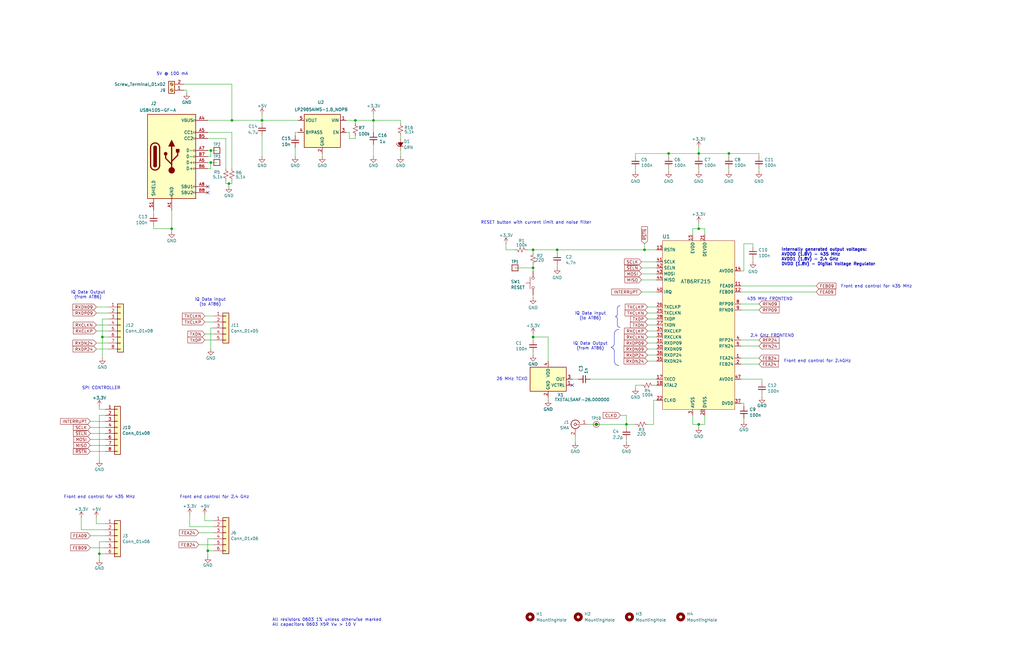
<source format=kicad_sch>
(kicad_sch (version 20250114) (generator "eeschema") (generator_version "9.0")
  (paper "B")
  (title_block (title "OreSat AT86RF215 Evaluation Board") (date "2025-12-16") (rev "1.0") (company "Portland State Aerospace Society"))
  (text "RESET button with current limit and noise filter" (at 226.06 93.98 0) (effects (font (size 1.27 1.27))))
  (text "All resistors 0603 1% unless otherwise marked\nAll capacitors 0603 X5R Vw > 10 V" (at 114.808 262.636 0) (effects (font (size 1.27 1.27)) (justify left)))
  (text "{" (at 259.08 146.05 0) (effects (font (size 10 10))))
  (text "26 MHz TCXO" (at 215.9 160.02 0) (effects (font (size 1.27 1.27))))
  (text "IQ Data Output\n(from AT86)" (at 248.92 146.05 0) (effects (font (size 1.27 1.27))))
  (text "IQ Data Input\n(to AT86)" (at 88.646 127.508 0) (effects (font (size 1.27 1.27))))
  (text "SPI CONTROLLER" (at 42.672 163.83 0) (effects (font (size 1.27 1.27))))
  (text "Front end control for 2.4GHz" (at 344.678 152.4 0) (effects (font (size 1.27 1.27))))
  (text "5V @ 100 mA" (at 72.644 31.242 0) (effects (font (size 1.27 1.27))))
  (text "IQ Data Output\n(from AT86)" (at 37.084 124.46 0) (effects (font (size 1.27 1.27))))
  (text "Front end control for 435 MHz" (at 369.57 120.904 0) (effects (font (size 1.27 1.27))))
  (text "2.4 GHz FRONTEND" (at 325.628 141.732 0) (effects (font (size 1.27 1.27))))
  (text "Internally generated output voltages:\nAVDD0 (1.8V) - 435 MHz\nAVDD1 (1.8V) - 2.4 GHz\nDVDD (1.8V) - Digital Voltage Regulator" (at 329.438 108.458 0) (effects (font (size 1.27 1.27) (thickness 0.254) (bold yes)) (justify left)))
  (text "Front end control for 435 MHz" (at 41.91 209.804 0) (effects (font (size 1.27 1.27))))
  (text "IQ Data Input\n(to AT86)" (at 248.92 133.35 0) (effects (font (size 1.27 1.27))))
  (text "{" (at 260.35 133.35 0) (effects (font (size 6 6))))
  (text "435 MHz FRONTEND" (at 324.612 126.238 0) (effects (font (size 1.27 1.27))))
  (text "Front end control for 2.4 GHz" (at 90.424 209.804 0) (effects (font (size 1.27 1.27))))
  (junction (at 41.91 233.68))
  (junction (at 157.48 50.8))
  (junction (at 224.79 105.41))
  (junction (at 234.95 105.41))
  (junction (at 294.64 179.07))
  (junction (at 271.78 105.41))
  (junction (at 224.79 142.24))
  (junction (at 149.86 50.8))
  (junction (at 251.46 179.07))
  (junction (at 88.9 63.5))
  (junction (at 72.39 96.52))
  (junction (at 97.79 50.8))
  (junction (at 294.64 64.77))
  (junction (at 110.49 50.8))
  (junction (at 96.52 77.47))
  (junction (at 43.18 142.24))
  (junction (at 264.16 179.07))
  (junction (at 88.9 68.58))
  (junction (at 224.79 113.03))
  (junction (at 87.63 232.41))
  (junction (at 281.94 64.77))
  (junction (at 307.34 64.77))
  (junction (at 294.64 96.52))
  (no_connect (at 87.63 78.74))
  (no_connect (at 241.3 162.56))
  (no_connect (at 87.63 81.28))
  (wire (pts (xy 317.5 102.87) (xy 313.69 102.87)))
  (wire (pts (xy 312.42 123.19) (xy 344.17 123.19)))
  (wire (pts (xy 90.17 138.43) (xy 88.9 138.43)))
  (wire (pts (xy 149.86 52.07) (xy 149.86 50.8)))
  (wire (pts (xy 88.9 138.43) (xy 88.9 147.32)))
  (wire (pts (xy 321.31 166.37) (xy 321.31 167.64)))
  (wire (pts (xy 147.32 58.42) (xy 149.86 58.42)))
  (wire (pts (xy 110.49 48.26) (xy 110.49 50.8)))
  (wire (pts (xy 38.1 182.88) (xy 44.45 182.88)))
  (wire (pts (xy 40.64 147.32) (xy 45.72 147.32)))
  (wire (pts (xy 231.14 167.64) (xy 231.14 168.91)))
  (wire (pts (xy 267.97 71.12) (xy 267.97 72.39)))
  (wire (pts (xy 87.63 71.12) (xy 88.9 71.12)))
  (wire (pts (xy 224.79 140.97) (xy 224.79 142.24)))
  (wire (pts (xy 270.51 110.49) (xy 276.86 110.49)))
  (wire (pts (xy 88.9 68.58) (xy 91.44 68.58)))
  (wire (pts (xy 242.57 184.15) (xy 242.57 186.69)))
  (wire (pts (xy 248.92 160.02) (xy 276.86 160.02)))
  (wire (pts (xy 294.64 64.77) (xy 294.64 66.04)))
  (wire (pts (xy 87.63 232.41) (xy 90.17 232.41)))
  (wire (pts (xy 95.25 77.47) (xy 96.52 77.47)))
  (wire (pts (xy 88.9 71.12) (xy 88.9 68.58)))
  (wire (pts (xy 224.79 124.46) (xy 224.79 125.73)))
  (wire (pts (xy 312.42 170.18) (xy 313.69 170.18)))
  (wire (pts (xy 40.64 139.7) (xy 45.72 139.7)))
  (wire (pts (xy 86.36 217.17) (xy 86.36 219.71)))
  (wire (pts (xy 312.42 120.65) (xy 344.17 120.65)))
  (wire (pts (xy 270.51 123.19) (xy 276.86 123.19)))
  (wire (pts (xy 149.86 50.8) (xy 157.48 50.8)))
  (wire (pts (xy 157.48 50.8) (xy 157.48 55.88)))
  (wire (pts (xy 294.64 62.23) (xy 294.64 64.77)))
  (wire (pts (xy 273.05 149.86) (xy 276.86 149.86)))
  (wire (pts (xy 40.64 218.44) (xy 40.64 220.98)))
  (wire (pts (xy 273.05 134.62) (xy 276.86 134.62)))
  (wire (pts (xy 40.64 129.54) (xy 45.72 129.54)))
  (wire (pts (xy 97.79 50.8) (xy 110.49 50.8)))
  (wire (pts (xy 297.18 99.06) (xy 297.18 96.52)))
  (wire (pts (xy 294.64 64.77) (xy 307.34 64.77)))
  (wire (pts (xy 264.16 179.07) (xy 267.97 179.07)))
  (wire (pts (xy 87.63 55.88) (xy 97.79 55.88)))
  (wire (pts (xy 45.72 142.24) (xy 43.18 142.24)))
  (wire (pts (xy 321.31 160.02) (xy 321.31 161.29)))
  (wire (pts (xy 87.63 50.8) (xy 97.79 50.8)))
  (wire (pts (xy 64.77 88.9) (xy 64.77 90.17)))
  (wire (pts (xy 95.25 76.2) (xy 95.25 77.47)))
  (wire (pts (xy 110.49 50.8) (xy 110.49 52.07)))
  (wire (pts (xy 86.36 135.89) (xy 90.17 135.89)))
  (wire (pts (xy 78.74 39.37) (xy 78.74 38.1)))
  (wire (pts (xy 146.05 50.8) (xy 149.86 50.8)))
  (wire (pts (xy 168.91 63.5) (xy 168.91 66.04)))
  (wire (pts (xy 320.04 71.12) (xy 320.04 72.39)))
  (wire (pts (xy 312.42 153.67) (xy 320.04 153.67)))
  (wire (pts (xy 273.05 144.78) (xy 276.86 144.78)))
  (wire (pts (xy 86.36 133.35) (xy 90.17 133.35)))
  (wire (pts (xy 38.1 187.96) (xy 44.45 187.96)))
  (wire (pts (xy 86.36 140.97) (xy 90.17 140.97)))
  (wire (pts (xy 270.51 118.11) (xy 276.86 118.11)))
  (wire (pts (xy 307.34 64.77) (xy 307.34 66.04)))
  (wire (pts (xy 147.32 55.88) (xy 146.05 55.88)))
  (wire (pts (xy 317.5 102.87) (xy 317.5 104.14)))
  (wire (pts (xy 312.42 114.3) (xy 313.69 114.3)))
  (wire (pts (xy 124.46 55.88) (xy 124.46 57.15)))
  (wire (pts (xy 224.79 142.24) (xy 231.14 142.24)))
  (wire (pts (xy 234.95 105.41) (xy 271.78 105.41)))
  (wire (pts (xy 294.64 96.52) (xy 297.18 96.52)))
  (wire (pts (xy 313.69 176.53) (xy 313.69 177.8)))
  (wire (pts (xy 80.01 217.17) (xy 80.01 222.25)))
  (wire (pts (xy 125.73 50.8) (xy 110.49 50.8)))
  (wire (pts (xy 87.63 66.04) (xy 88.9 66.04)))
  (wire (pts (xy 38.1 185.42) (xy 44.45 185.42)))
  (wire (pts (xy 90.17 224.79) (xy 83.82 224.79)))
  (wire (pts (xy 320.04 146.05) (xy 312.42 146.05)))
  (wire (pts (xy 77.47 35.56) (xy 97.79 35.56)))
  (wire (pts (xy 135.89 64.77) (xy 135.89 66.04)))
  (wire (pts (xy 234.95 105.41) (xy 234.95 106.68)))
  (wire (pts (xy 271.78 102.87) (xy 271.78 105.41)))
  (wire (pts (xy 273.05 139.7) (xy 276.86 139.7)))
  (wire (pts (xy 264.16 175.26) (xy 264.16 179.07)))
  (wire (pts (xy 78.74 38.1) (xy 77.47 38.1)))
  (wire (pts (xy 40.64 144.78) (xy 45.72 144.78)))
  (wire (pts (xy 224.79 113.03) (xy 224.79 114.3)))
  (wire (pts (xy 320.04 143.51) (xy 312.42 143.51)))
  (wire (pts (xy 95.25 58.42) (xy 95.25 71.12)))
  (wire (pts (xy 270.51 113.03) (xy 276.86 113.03)))
  (wire (pts (xy 157.48 50.8) (xy 168.91 50.8)))
  (wire (pts (xy 38.1 177.8) (xy 44.45 177.8)))
  (wire (pts (xy 88.9 63.5) (xy 91.44 63.5)))
  (wire (pts (xy 213.36 105.41) (xy 217.17 105.41)))
  (wire (pts (xy 261.62 175.26) (xy 264.16 175.26)))
  (wire (pts (xy 273.05 137.16) (xy 276.86 137.16)))
  (wire (pts (xy 124.46 62.23) (xy 124.46 66.04)))
  (wire (pts (xy 86.36 219.71) (xy 90.17 219.71)))
  (wire (pts (xy 273.05 179.07) (xy 275.59 179.07)))
  (wire (pts (xy 224.79 105.41) (xy 234.95 105.41)))
  (wire (pts (xy 41.91 236.22) (xy 41.91 233.68)))
  (wire (pts (xy 88.9 66.04) (xy 88.9 63.5)))
  (wire (pts (xy 292.1 99.06) (xy 292.1 96.52)))
  (wire (pts (xy 264.16 179.07) (xy 264.16 180.34)))
  (wire (pts (xy 294.64 179.07) (xy 297.18 179.07)))
  (wire (pts (xy 273.05 129.54) (xy 276.86 129.54)))
  (wire (pts (xy 97.79 76.2) (xy 97.79 77.47)))
  (wire (pts (xy 44.45 231.14) (xy 38.1 231.14)))
  (wire (pts (xy 41.91 233.68) (xy 44.45 233.68)))
  (wire (pts (xy 294.64 96.52) (xy 294.64 93.98)))
  (wire (pts (xy 149.86 58.42) (xy 149.86 57.15)))
  (wire (pts (xy 313.69 102.87) (xy 313.69 114.3)))
  (wire (pts (xy 292.1 96.52) (xy 294.64 96.52)))
  (wire (pts (xy 41.91 194.31) (xy 41.91 175.26)))
  (wire (pts (xy 157.48 48.26) (xy 157.48 50.8)))
  (wire (pts (xy 294.64 71.12) (xy 294.64 72.39)))
  (wire (pts (xy 267.97 64.77) (xy 267.97 66.04)))
  (wire (pts (xy 224.79 111.76) (xy 224.79 113.03)))
  (wire (pts (xy 87.63 234.95) (xy 87.63 232.41)))
  (wire (pts (xy 312.42 160.02) (xy 321.31 160.02)))
  (wire (pts (xy 247.65 179.07) (xy 251.46 179.07)))
  (wire (pts (xy 281.94 71.12) (xy 281.94 72.39)))
  (wire (pts (xy 312.42 151.13) (xy 320.04 151.13)))
  (wire (pts (xy 87.63 63.5) (xy 88.9 63.5)))
  (wire (pts (xy 275.59 168.91) (xy 275.59 179.07)))
  (wire (pts (xy 86.36 143.51) (xy 90.17 143.51)))
  (wire (pts (xy 292.1 175.26) (xy 292.1 179.07)))
  (wire (pts (xy 224.79 105.41) (xy 224.79 106.68)))
  (wire (pts (xy 267.97 162.56) (xy 270.51 162.56)))
  (wire (pts (xy 72.39 88.9) (xy 72.39 96.52)))
  (wire (pts (xy 168.91 52.07) (xy 168.91 50.8)))
  (wire (pts (xy 241.3 160.02) (xy 243.84 160.02)))
  (wire (pts (xy 281.94 64.77) (xy 294.64 64.77)))
  (wire (pts (xy 307.34 64.77) (xy 320.04 64.77)))
  (wire (pts (xy 251.46 179.07) (xy 264.16 179.07)))
  (wire (pts (xy 273.05 147.32) (xy 276.86 147.32)))
  (wire (pts (xy 317.5 109.22) (xy 317.5 110.49)))
  (wire (pts (xy 267.97 64.77) (xy 281.94 64.77)))
  (wire (pts (xy 87.63 58.42) (xy 95.25 58.42)))
  (wire (pts (xy 270.51 115.57) (xy 276.86 115.57)))
  (wire (pts (xy 40.64 220.98) (xy 44.45 220.98)))
  (wire (pts (xy 320.04 128.27) (xy 312.42 128.27)))
  (wire (pts (xy 125.73 55.88) (xy 124.46 55.88)))
  (wire (pts (xy 264.16 185.42) (xy 264.16 186.69)))
  (wire (pts (xy 267.97 162.56) (xy 267.97 163.83)))
  (wire (pts (xy 157.48 60.96) (xy 157.48 66.04)))
  (wire (pts (xy 96.52 77.47) (xy 97.79 77.47)))
  (wire (pts (xy 45.72 134.62) (xy 43.18 134.62)))
  (wire (pts (xy 292.1 179.07) (xy 294.64 179.07)))
  (wire (pts (xy 275.59 168.91) (xy 276.86 168.91)))
  (wire (pts (xy 96.52 77.47) (xy 96.52 78.74)))
  (wire (pts (xy 41.91 175.26) (xy 44.45 175.26)))
  (wire (pts (xy 231.14 152.4) (xy 231.14 142.24)))
  (wire (pts (xy 43.18 142.24) (xy 43.18 151.13)))
  (wire (pts (xy 217.17 113.03) (xy 224.79 113.03)))
  (wire (pts (xy 40.64 137.16) (xy 45.72 137.16)))
  (wire (pts (xy 273.05 132.08) (xy 276.86 132.08)))
  (wire (pts (xy 90.17 229.87) (xy 83.82 229.87)))
  (wire (pts (xy 72.39 97.79) (xy 72.39 96.52)))
  (wire (pts (xy 110.49 57.15) (xy 110.49 66.04)))
  (wire (pts (xy 297.18 175.26) (xy 297.18 179.07)))
  (wire (pts (xy 147.32 55.88) (xy 147.32 58.42)))
  (wire (pts (xy 213.36 102.87) (xy 213.36 105.41)))
  (wire (pts (xy 64.77 95.25) (xy 64.77 96.52)))
  (wire (pts (xy 224.79 142.24) (xy 224.79 143.51)))
  (wire (pts (xy 275.59 162.56) (xy 276.86 162.56)))
  (wire (pts (xy 87.63 68.58) (xy 88.9 68.58)))
  (wire (pts (xy 38.1 190.5) (xy 44.45 190.5)))
  (wire (pts (xy 222.25 105.41) (xy 224.79 105.41)))
  (wire (pts (xy 168.91 57.15) (xy 168.91 58.42)))
  (wire (pts (xy 34.29 218.44) (xy 34.29 223.52)))
  (wire (pts (xy 273.05 152.4) (xy 276.86 152.4)))
  (wire (pts (xy 320.04 130.81) (xy 312.42 130.81)))
  (wire (pts (xy 294.64 179.07) (xy 294.64 180.34)))
  (wire (pts (xy 43.18 134.62) (xy 43.18 142.24)))
  (wire (pts (xy 273.05 142.24) (xy 276.86 142.24)))
  (wire (pts (xy 313.69 170.18) (xy 313.69 171.45)))
  (wire (pts (xy 87.63 227.33) (xy 90.17 227.33)))
  (wire (pts (xy 307.34 71.12) (xy 307.34 72.39)))
  (wire (pts (xy 64.77 96.52) (xy 72.39 96.52)))
  (wire (pts (xy 41.91 228.6) (xy 44.45 228.6)))
  (wire (pts (xy 41.91 172.72) (xy 44.45 172.72)))
  (wire (pts (xy 38.1 180.34) (xy 44.45 180.34)))
  (wire (pts (xy 44.45 226.06) (xy 38.1 226.06)))
  (wire (pts (xy 97.79 55.88) (xy 97.79 71.12)))
  (wire (pts (xy 320.04 64.77) (xy 320.04 66.04)))
  (wire (pts (xy 90.17 222.25) (xy 80.01 222.25)))
  (wire (pts (xy 87.63 232.41) (xy 87.63 227.33)))
  (wire (pts (xy 281.94 64.77) (xy 281.94 66.04)))
  (wire (pts (xy 271.78 105.41) (xy 276.86 105.41)))
  (wire (pts (xy 44.45 223.52) (xy 34.29 223.52)))
  (wire (pts (xy 97.79 35.56) (xy 97.79 50.8)))
  (wire (pts (xy 40.64 132.08) (xy 45.72 132.08)))
  (wire (pts (xy 234.95 111.76) (xy 234.95 113.03)))
  (wire (pts (xy 41.91 233.68) (xy 41.91 228.6)))
  (wire (pts (xy 41.91 171.45) (xy 41.91 172.72)))
  (wire (pts (xy 224.79 148.59) (xy 224.79 149.86)))
  (global_label "RXDN09" (shape input) (at 273.05 147.32 180) (property "Intersheetrefs" "${INTERSHEET_REFS}" (at 262.5658 147.32 0) (effects (justify right))))
  (global_label "~{SELN}" (shape input) (at 38.1 182.88 180) (property "Intersheetrefs" "${INTERSHEET_REFS}" (at 30.3977 182.88 0) (effects (justify right))))
  (global_label "FEB09" (shape input) (at 38.1 231.14 180) (property "Intersheetrefs" "${INTERSHEET_REFS}" (at 29.1882 231.14 0) (effects (justify right))))
  (global_label "RXCLKN" (shape input) (at 40.64 137.16 180) (property "Intersheetrefs" "${INTERSHEET_REFS}" (at 30.2767 137.16 0) (effects (justify right))))
  (global_label "RFN24" (shape input) (at 320.04 146.05 0) (property "Intersheetrefs" "${INTERSHEET_REFS}" (at 329.1333 146.05 0) (effects (justify left))))
  (global_label "RXDP24" (shape input) (at 40.64 147.32 180) (property "Intersheetrefs" "${INTERSHEET_REFS}" (at 30.2163 147.32 0) (effects (justify right))))
  (global_label "MOSI" (shape input) (at 38.1 185.42 180) (property "Intersheetrefs" "${INTERSHEET_REFS}" (at 30.5186 185.42 0) (effects (justify right))))
  (global_label "TXDN" (shape input) (at 273.05 137.16 180) (property "Intersheetrefs" "${INTERSHEET_REFS}" (at 265.2872 137.16 0) (effects (justify right))))
  (global_label "FEA09" (shape input) (at 38.1 226.06 180) (property "Intersheetrefs" "${INTERSHEET_REFS}" (at 29.3696 226.06 0) (effects (justify right))))
  (global_label "TXCLKP" (shape input) (at 273.05 129.54 180) (property "Intersheetrefs" "${INTERSHEET_REFS}" (at 263.0496 129.54 0) (effects (justify right))))
  (global_label "MISO" (shape input) (at 270.51 118.11 180) (property "Intersheetrefs" "${INTERSHEET_REFS}" (at 262.9286 118.11 0) (effects (justify right))))
  (global_label "TXDP" (shape input) (at 273.05 134.62 180) (property "Intersheetrefs" "${INTERSHEET_REFS}" (at 265.3477 134.62 0) (effects (justify right))))
  (global_label "RFP09" (shape input) (at 320.04 130.81 0) (property "Intersheetrefs" "${INTERSHEET_REFS}" (at 329.0728 130.81 0) (effects (justify left))))
  (global_label "RXDN24" (shape input) (at 40.64 144.78 180) (property "Intersheetrefs" "${INTERSHEET_REFS}" (at 30.1558 144.78 0) (effects (justify right))))
  (global_label "TXCLKP" (shape input) (at 86.36 135.89 180) (property "Intersheetrefs" "${INTERSHEET_REFS}" (at 76.3596 135.89 0) (effects (justify right))))
  (global_label "RXDP09" (shape input) (at 273.05 144.78 180) (property "Intersheetrefs" "${INTERSHEET_REFS}" (at 262.6263 144.78 0) (effects (justify right))))
  (global_label "FEA24" (shape input) (at 83.82 224.79 180) (property "Intersheetrefs" "${INTERSHEET_REFS}" (at 75.0896 224.79 0) (effects (justify right))))
  (global_label "SCLK" (shape input) (at 38.1 180.34 180) (property "Intersheetrefs" "${INTERSHEET_REFS}" (at 30.3372 180.34 0) (effects (justify right))))
  (global_label "RXDN09" (shape input) (at 40.64 129.54 180) (property "Intersheetrefs" "${INTERSHEET_REFS}" (at 30.1558 129.54 0) (effects (justify right))))
  (global_label "RFP24" (shape input) (at 320.04 143.51 0) (property "Intersheetrefs" "${INTERSHEET_REFS}" (at 329.0728 143.51 0) (effects (justify left))))
  (global_label "FEB09" (shape input) (at 344.17 120.65 0) (property "Intersheetrefs" "${INTERSHEET_REFS}" (at 353.0818 120.65 0) (effects (justify left))))
  (global_label "~{RSTN}" (shape input) (at 271.78 102.87 90) (property "Intersheetrefs" "${INTERSHEET_REFS}" (at 271.78 95.1072 90) (effects (justify left))))
  (global_label "RXCLKP" (shape input) (at 40.64 139.7 180) (property "Intersheetrefs" "${INTERSHEET_REFS}" (at 30.3372 139.7 0) (effects (justify right))))
  (global_label "RFN09" (shape input) (at 320.04 128.27 0) (property "Intersheetrefs" "${INTERSHEET_REFS}" (at 329.1333 128.27 0) (effects (justify left))))
  (global_label "TXCLKN" (shape input) (at 86.36 133.35 180) (property "Intersheetrefs" "${INTERSHEET_REFS}" (at 76.2991 133.35 0) (effects (justify right))))
  (global_label "FEB24" (shape input) (at 83.82 229.87 180) (property "Intersheetrefs" "${INTERSHEET_REFS}" (at 74.9082 229.87 0) (effects (justify right))))
  (global_label "TXDN" (shape input) (at 86.36 140.97 180) (property "Intersheetrefs" "${INTERSHEET_REFS}" (at 78.5972 140.97 0) (effects (justify right))))
  (global_label "FEB24" (shape input) (at 320.04 151.13 0) (property "Intersheetrefs" "${INTERSHEET_REFS}" (at 328.9518 151.13 0) (effects (justify left))))
  (global_label "INTERRUPT" (shape input) (at 38.1 177.8 180) (property "Intersheetrefs" "${INTERSHEET_REFS}" (at 24.9548 177.8 0) (effects (justify right))))
  (global_label "RXDN24" (shape input) (at 273.05 152.4 180) (property "Intersheetrefs" "${INTERSHEET_REFS}" (at 262.5658 152.4 0) (effects (justify right))))
  (global_label "SCLK" (shape input) (at 270.51 110.49 180) (property "Intersheetrefs" "${INTERSHEET_REFS}" (at 262.7472 110.49 0) (effects (justify right))))
  (global_label "MOSI" (shape input) (at 270.51 115.57 180) (property "Intersheetrefs" "${INTERSHEET_REFS}" (at 262.9286 115.57 0) (effects (justify right))))
  (global_label "FEA24" (shape input) (at 320.04 153.67 0) (property "Intersheetrefs" "${INTERSHEET_REFS}" (at 328.7704 153.67 0) (effects (justify left))))
  (global_label "RXCLKN" (shape input) (at 273.05 142.24 180) (property "Intersheetrefs" "${INTERSHEET_REFS}" (at 262.6867 142.24 0) (effects (justify right))))
  (global_label "~{RSTN}" (shape input) (at 38.1 190.5 180) (property "Intersheetrefs" "${INTERSHEET_REFS}" (at 30.3372 190.5 0) (effects (justify right))))
  (global_label "INTERRUPT" (shape input) (at 270.51 123.19 180) (property "Intersheetrefs" "${INTERSHEET_REFS}" (at 257.3648 123.19 0) (effects (justify right))))
  (global_label "CLKO" (shape input) (at 261.62 175.26 180) (property "Intersheetrefs" "${INTERSHEET_REFS}" (at 253.7362 175.26 0) (effects (justify right))))
  (global_label "RXDP09" (shape input) (at 40.64 132.08 180) (property "Intersheetrefs" "${INTERSHEET_REFS}" (at 30.2163 132.08 0) (effects (justify right))))
  (global_label "MISO" (shape input) (at 38.1 187.96 180) (property "Intersheetrefs" "${INTERSHEET_REFS}" (at 30.5186 187.96 0) (effects (justify right))))
  (global_label "RXDP24" (shape input) (at 273.05 149.86 180) (property "Intersheetrefs" "${INTERSHEET_REFS}" (at 262.6263 149.86 0) (effects (justify right))))
  (global_label "TXDP" (shape input) (at 86.36 143.51 180) (property "Intersheetrefs" "${INTERSHEET_REFS}" (at 78.6577 143.51 0) (effects (justify right))))
  (global_label "TXCLKN" (shape input) (at 273.05 132.08 180) (property "Intersheetrefs" "${INTERSHEET_REFS}" (at 262.9891 132.08 0) (effects (justify right))))
  (global_label "RXCLKP" (shape input) (at 273.05 139.7 180) (property "Intersheetrefs" "${INTERSHEET_REFS}" (at 262.7472 139.7 0) (effects (justify right))))
  (global_label "FEA09" (shape input) (at 344.17 123.19 0) (property "Intersheetrefs" "${INTERSHEET_REFS}" (at 352.9004 123.19 0) (effects (justify left))))
  (global_label "~{SELN}" (shape input) (at 270.51 113.03 180) (property "Intersheetrefs" "${INTERSHEET_REFS}" (at 262.8077 113.03 0) (effects (justify right))))
  (symbol (lib_id "power:GND") (at 267.97 163.83 0) (unit 1)
    (property "Reference" "#PWR09" (effects (hide yes)))
    (property "Value" "GND" (at 267.97 167.64 0))
    (property "Description" "Power symbol creates a global label with name \"GND\" , ground" (effects (hide yes)))
  )
  (symbol (lib_id "power:+3.3V") (at 41.91 171.45 0) (unit 1)
    (property "Reference" "#PWR025" (effects (hide yes)))
    (property "Value" "+3.3V" (at 41.91 167.894 0))
    (property "Description" "Power symbol creates a global label with name \"+3.3V\"" (effects (hide yes)))
  )
  (symbol (lib_id "oresat-power:3.3V") (at 157.48 48.26 0) (unit 1)
    (property "Reference" "#3V01" (effects (hide yes)))
    (property "Value" "+3.3V" (at 157.48 44.704 0))
    (property "Description" "Power symbol creates a global label with name \"3.3V\"" (effects (hide yes)))
  )
  (symbol (lib_id "power:GND") (at 110.49 66.04 0) (mirror y) (unit 1)
    (property "Reference" "#PWR024" (effects (hide yes)))
    (property "Value" "GND" (at 110.49 69.85 0))
    (property "Description" "Power symbol creates a global label with name \"GND\" , ground" (effects (hide yes)))
  )
  (symbol (lib_id "power:+3.3V") (at 224.79 140.97 0) (mirror y) (unit 1)
    (property "Reference" "#PWR03" (effects (hide yes)))
    (property "Value" "+3.3V" (at 224.79 137.414 0))
    (property "Description" "Power symbol creates a global label with name \"+3.3V\"" (effects (hide yes)))
  )
  (symbol (lib_id "power:GND") (at 234.95 113.03 0) (mirror y) (unit 1)
    (property "Reference" "#PWR06" (effects (hide yes)))
    (property "Value" "GND" (at 234.95 117.1631 0))
    (property "Description" "Power symbol creates a global label with name \"GND\" , ground" (effects (hide yes)))
  )
  (symbol (lib_id "Connector_Generic:Conn_01x06") (at 49.53 226.06 0) (unit 1)
    (property "Reference" "J3" (at 51.562 226.1178 0) (effects (justify left)))
    (property "Value" "Conn_01x06" (at 51.562 228.5421 0) (effects (justify left)))
    (property "Footprint" "Connector_PinHeader_2.54mm:PinHeader_1x06_P2.54mm_Vertical" (effects (hide yes)))
    (property "Datasheet" "https://suddendocs.samtec.com/catalog_english/tsw_th.pdf" (effects (hide yes)))
    (property "Description" "Connector Header Through Hole 6 position 0.100\" (2.54mm)" (effects (hide yes)))
    (property "DIS" "Digikey" (effects (hide yes)))
    (property "DPN" "SAM1029-06-ND" (effects (hide yes)))
    (property "MFR" "Samtec Inc." (effects (hide yes)))
    (property "MPN" "TSW-106-07-G-S" (effects (hide yes)))
  )
  (symbol (lib_id "Device:C_Small") (at 110.49 54.61 0) (mirror y) (unit 1)
    (property "Reference" "C14" (at 106.68 53.34 0))
    (property "Value" "4.7u" (at 106.68 55.88 0))
    (property "Footprint" "oresat-passives:0603-C-NOSILK" (effects (hide yes)))
    (property "Description" "4.7µF ±10% 16V Ceramic Capacitor X5R 0603 (1608 Metric)" (effects (hide yes)))
    (property "DPN" "1276-1784-1-ND" (effects (hide yes)))
    (property "MFR" "Samsung Electro-Mechanics" (effects (hide yes)))
    (property "MPN" "CL10A475KO8NNNC" (effects (hide yes)))
    (property "DIS" "DigiKey" (effects (hide yes)))
  )
  (symbol (lib_id "power:GND") (at 168.91 66.04 0) (mirror y) (unit 1)
    (property "Reference" "#PWR053" (effects (hide yes)))
    (property "Value" "GND" (at 168.91 69.85 0))
    (property "Description" "Power symbol creates a global label with name \"GND\" , ground" (effects (hide yes)))
  )
  (symbol (lib_id "oresat-power:5V") (at 110.49 48.26 0) (unit 1)
    (property "Reference" "#5V01" (effects (hide yes)))
    (property "Value" "+5V" (at 110.49 44.704 0))
    (property "Description" "Power symbol creates a global label with name \"+5V\"" (effects (hide yes)))
  )
  (symbol (lib_id "power:+3.3V") (at 294.64 62.23 0) (mirror y) (unit 1)
    (property "Reference" "#PWR014" (effects (hide yes)))
    (property "Value" "+3.3V" (at 294.64 58.674 0))
    (property "Description" "Power symbol creates a global label with name \"+3.3V\"" (effects (hide yes)))
  )
  (symbol (lib_id "power:GND") (at 87.63 234.95 0) (mirror y) (unit 1)
    (property "Reference" "#PWR040" (effects (hide yes)))
    (property "Value" "GND" (at 87.63 238.506 0))
    (property "Description" "Power symbol creates a global label with name \"GND\" , ground" (effects (hide yes)))
  )
  (symbol (lib_id "Connector:Conn_Coaxial") (at 242.57 179.07 0) (mirror y) (unit 1)
    (property "Reference" "J1" (at 240.0299 178.151 0) (effects (justify left)))
    (property "Value" "SMA" (at 240.0299 180.5753 0) (effects (justify left)))
    (property "Footprint" "Connector_Coaxial:SMA_Samtec_SMA-J-P-H-ST-EM1_EdgeMount" (effects (hide yes)))
    (property "Datasheet" "https://mm.digikey.com/Volume0/opasdata/d220001/medias/docus/6129/sma-j-p-x-st-em1-mkt.pdf" (effects (hide yes)))
    (property "Description" "coaxial connector (BNC, SMA, SMB, SMC, Cinch/RCA, LEMO, ...)" (effects (hide yes)))
    (property "MFR" "Samtec" (effects (hide yes)))
    (property "MPN" "SMA-J-P-H-ST-EM1" (effects (hide yes)))
    (property "DIS" "DigiKey" (effects (hide yes)))
    (property "DPN" "SAM8857-ND" (effects (hide yes)))
  )
  (symbol (lib_id "Device:C_Small") (at 64.77 92.71 0) (mirror x) (unit 1)
    (property "Reference" "C13" (at 62.23 91.4335 0) (effects (justify right)))
    (property "Value" "100n" (at 62.23 93.9735 0) (effects (justify right)))
    (property "Footprint" "oresat-passives:0603-C-NOSILK" (effects (hide yes)))
    (property "Datasheet" "https://mm.digikey.com/Volume0/opasdata/d220001/medias/docus/1068/TMK107BJ104KAHT_SS.pdf" (effects (hide yes)))
    (property "Description" "100 nF (0.1µF) ±10% 25V Ceramic Capacitor X5R 0603 (1608 Metric)" (effects (hide yes)))
    (property "DIS" "DigiKey" (effects (hide yes)))
    (property "DPN" "587-3472-1-ND" (effects (hide yes)))
    (property "MFR" "Taiyo Yuden" (effects (hide yes)))
    (property "MPN" "TMK107BJ104KAHT" (effects (hide yes)))
  )
  (symbol (lib_id "Device:R_Small_US") (at 149.86 54.61 0) (unit 1)
    (property "Reference" "R7" (at 151.13 53.975 0) (effects (justify left)))
    (property "Value" "100k" (at 151.13 56.515 0) (effects (justify left)))
    (property "Footprint" "oresat-passives:0603-C-NOSILK" (effects (hide yes)))
    (property "Datasheet" "https://www.seielect.com/catalog/SEI-RMCF_RMCP.pdf" (effects (hide yes)))
    (property "Description" "100 kOhms ±1% 0.1W, 1/10W Chip Resistor 0603 (1608 Metric) Automotive AEC-Q200 Thick Film" (effects (hide yes)))
    (property "DPN" "RMCF0603FT100KCT-ND" (effects (hide yes)))
    (property "MFR" "Stackpole Electronics Inc" (effects (hide yes)))
    (property "MPN" "RMCF0603FT100K" (effects (hide yes)))
    (property "DIS" "Digikey" (effects (hide yes)))
  )
  (symbol (lib_id "Mechanical:MountingHole") (at 287.02 260.35 0) (unit 1) (in_bom no)
    (property "Reference" "H4" (at 289.56 259.0799 0) (effects (justify left)))
    (property "Value" "MountingHole" (at 289.56 261.6199 0) (effects (justify left)))
    (property "Footprint" "oresat-misc:M2-Press-Fit-Nut" (effects (hide yes)))
    (property "Description" "Mounting Hole without connection" (effects (hide yes)))
  )
  (symbol (lib_id "power:GND") (at 41.91 194.31 0) (mirror y) (unit 1)
    (property "Reference" "#PWR027" (effects (hide yes)))
    (property "Value" "GND" (at 41.91 198.12 0))
    (property "Description" "Power symbol creates a global label with name \"GND\" , ground" (effects (hide yes)))
  )
  (symbol (lib_id "Device:C_Small") (at 313.69 173.99 0) (mirror y) (unit 1)
    (property "Reference" "C9" (at 316.0141 172.7841 0) (effects (justify right)))
    (property "Value" "100n" (at 316.0141 175.2084 0) (effects (justify right)))
    (property "Footprint" "oresat-passives:0603-C-NOSILK" (effects (hide yes)))
    (property "Datasheet" "https://mm.digikey.com/Volume0/opasdata/d220001/medias/docus/1068/TMK107BJ104KAHT_SS.pdf" (effects (hide yes)))
    (property "Description" "100 nF (0.1µF) ±10% 25V Ceramic Capacitor X5R 0603 (1608 Metric)" (effects (hide yes)))
    (property "DIS" "DigiKey" (effects (hide yes)))
    (property "DPN" "587-3472-1-ND" (effects (hide yes)))
    (property "MFR" "Taiyo Yuden" (effects (hide yes)))
    (property "MPN" "TMK107BJ104KAHT" (effects (hide yes)))
  )
  (symbol (lib_id "power:GND") (at 157.48 66.04 0) (mirror y) (unit 1)
    (property "Reference" "#PWR041" (effects (hide yes)))
    (property "Value" "GND" (at 157.48 69.85 0))
    (property "Description" "Power symbol creates a global label with name \"GND\" , ground" (effects (hide yes)))
  )
  (symbol (lib_id "power:+3.3V") (at 294.64 93.98 0) (mirror y) (unit 1)
    (property "Reference" "#PWR012" (effects (hide yes)))
    (property "Value" "+3.3V" (at 294.64 90.424 0))
    (property "Description" "Power symbol creates a global label with name \"+3.3V\"" (effects (hide yes)))
  )
  (symbol (lib_id "power:GND") (at 294.64 72.39 0) (mirror y) (unit 1)
    (property "Reference" "#PWR015" (effects (hide yes)))
    (property "Value" "GND" (at 294.64 76.5231 0))
    (property "Description" "Power symbol creates a global label with name \"GND\" , ground" (effects (hide yes)))
  )
  (symbol (lib_id "power:GND") (at 135.89 66.04 0) (mirror y) (unit 1)
    (property "Reference" "#PWR029" (effects (hide yes)))
    (property "Value" "GND" (at 135.89 69.85 0))
    (property "Description" "Power symbol creates a global label with name \"GND\" , ground" (effects (hide yes)))
  )
  (symbol (lib_id "power:GND") (at 317.5 110.49 0) (mirror y) (unit 1)
    (property "Reference" "#PWR018" (effects (hide yes)))
    (property "Value" "GND" (at 317.5 114.6231 0))
    (property "Description" "Power symbol creates a global label with name \"GND\" , ground" (effects (hide yes)))
  )
  (symbol (lib_id "Connector_Generic:Conn_01x05") (at 95.25 138.43 0) (unit 1)
    (property "Reference" "J11" (at 97.282 137.2178 0) (effects (justify left)))
    (property "Value" "Conn_01x05" (at 97.282 139.6421 0) (effects (justify left)))
    (property "Footprint" "Connector_PinHeader_2.54mm:PinHeader_1x05_P2.54mm_Vertical" (effects (hide yes)))
    (property "Datasheet" "https://suddendocs.samtec.com/catalog_english/tsw_th.pdf" (effects (hide yes)))
    (property "Description" "Connector Header Through Hole 5 position 0.100\" (2.54mm)" (effects (hide yes)))
    (property "DIS" "Digikey" (effects (hide yes)))
    (property "DPN" "SAM1029-05-ND" (effects (hide yes)))
    (property "MFR" "Samtec Inc." (effects (hide yes)))
    (property "MPN" "TSW-105-07-G-S" (effects (hide yes)))
  )
  (symbol (lib_id "Mechanical:MountingHole") (at 265.43 260.35 0) (unit 1) (in_bom no)
    (property "Reference" "H3" (at 267.97 259.0799 0) (effects (justify left)))
    (property "Value" "MountingHole" (at 267.97 261.6199 0) (effects (justify left)))
    (property "Footprint" "oresat-misc:M2-Press-Fit-Nut" (effects (hide yes)))
    (property "Description" "Mounting Hole without connection" (effects (hide yes)))
  )
  (symbol (lib_id "power:GND") (at 41.91 236.22 0) (mirror y) (unit 1)
    (property "Reference" "#PWR023" (effects (hide yes)))
    (property "Value" "GND" (at 41.91 239.776 0))
    (property "Description" "Power symbol creates a global label with name \"GND\" , ground" (effects (hide yes)))
  )
  (symbol (lib_id "Device:LED_Small_Filled") (at 168.91 60.96 90) (unit 1)
    (property "Reference" "D1" (at 170.18 59.69 90) (effects (justify right)))
    (property "Value" "GRN" (at 170.18 62.23 90) (effects (justify right)))
    (property "Footprint" "LED_SMD:LED_0603_1608Metric" (effects (hide yes)))
    (property "Description" "Light emitting diode, small symbol, filled shape" (effects (hide yes)))
    (property "Sim.Pins" "1=K 2=A" (effects (hide yes)))
  )
  (symbol (lib_id "power:GND") (at 88.9 147.32 0) (mirror y) (unit 1)
    (property "Reference" "#PWR049" (effects (hide yes)))
    (property "Value" "GND" (at 88.9 151.13 0))
    (property "Description" "Power symbol creates a global label with name \"GND\" , ground" (effects (hide yes)))
  )
  (symbol (lib_id "Connector:USB_C_Receptacle_USB2.0_16P") (at 72.39 66.04 0) (unit 1)
    (property "Reference" "J2" (at 64.77 43.688 0))
    (property "Value" "USB4105-GF-A" (at 66.548 46.482 0))
    (property "Footprint" "Connector_USB:USB_C_Receptacle_Palconn_UTC16-G" (effects (hide yes)))
    (property "Datasheet" "https://www.usb.org/sites/default/files/documents/usb_type-c.zip" (effects (hide yes)))
    (property "Description" "USB-C (USB TYPE-C) USB 2.0 Receptacle Connector 24 (16+8 Dummy) Position Surface Mount, Right Angle; Through Hole" (effects (hide yes)))
    (property "DIS" "DigiKey" (effects (hide yes)))
    (property "DPN" "2073-USB4105-GF-ACT-ND" (effects (hide yes)))
    (property "MFR" "GCT" (effects (hide yes)))
    (property "MPN" "USB4105-GF-A" (effects (hide yes)))
  )
  (symbol (lib_id "oresat-misc:Test-Point-RF-Probe-Stripline") (at 251.46 179.07 90) (unit 1) (in_bom no)
    (property "Reference" "TP10" (at 253.492 176.53 90) (effects (font (size 1.27 1.0795)) (justify left)))
    (property "Footprint" "oresat-misc:TestPoint_RF_Probe" (effects (hide yes)))
    (property "Description" "Special test point symbol for RF3B-BC2.0 3 needle RFspring probe" (effects (hide yes)))
  )
  (symbol (lib_id "Device:C_Small") (at 294.64 68.58 0) (mirror y) (unit 1)
    (property "Reference" "C7" (at 296.9641 67.3741 0) (effects (justify right)))
    (property "Value" "100n" (at 296.9641 69.7984 0) (effects (justify right)))
    (property "Footprint" "oresat-passives:0603-C-NOSILK" (effects (hide yes)))
    (property "Datasheet" "https://mm.digikey.com/Volume0/opasdata/d220001/medias/docus/1068/TMK107BJ104KAHT_SS.pdf" (effects (hide yes)))
    (property "Description" "100 nF (0.1µF) ±10% 25V Ceramic Capacitor X5R 0603 (1608 Metric)" (effects (hide yes)))
    (property "DIS" "DigiKey" (effects (hide yes)))
    (property "DPN" "587-3472-1-ND" (effects (hide yes)))
    (property "MFR" "Taiyo Yuden" (effects (hide yes)))
    (property "MPN" "TMK107BJ104KAHT" (effects (hide yes)))
  )
  (symbol (lib_id "Device:R_Small_US") (at 97.79 73.66 0) (unit 1)
    (property "Reference" "R6" (at 99.314 72.898 0) (effects (justify left)))
    (property "Value" "5.1k" (at 99.314 74.676 0) (effects (justify left)))
    (property "Footprint" "oresat-passives:0603-C-NOSILK" (effects (hide yes)))
    (property "Datasheet" "https://www.seielect.com/catalog/SEI-RMCF_RMCP.pdf" (effects (hide yes)))
    (property "Description" "5.1 kOhms ±1% 0.1W, 1/10W Chip Resistor 0603 (1608 Metric) Automotive AEC-Q200 Thick Film" (effects (hide yes)))
    (property "DIS" "DigiKey" (effects (hide yes)))
    (property "DPN" "RMCF0603FT5K10CT-ND" (effects (hide yes)))
    (property "MFR" "Stackpole Electronics Inc" (effects (hide yes)))
    (property "MPN" "RMCF0603FT5K10" (effects (hide yes)))
  )
  (symbol (lib_id "Connector_Generic:Conn_01x08") (at 50.8 137.16 0) (unit 1)
    (property "Reference" "J12" (at 52.832 137.2178 0) (effects (justify left)))
    (property "Value" "Conn_01x08" (at 52.832 139.6421 0) (effects (justify left)))
    (property "Footprint" "Connector_PinHeader_2.54mm:PinHeader_1x08_P2.54mm_Vertical" (effects (hide yes)))
    (property "Datasheet" "https://suddendocs.samtec.com/catalog_english/tsw_th.pdf" (effects (hide yes)))
    (property "Description" "Connector Header Through Hole 8 position 0.100\" (2.54mm)" (effects (hide yes)))
    (property "DIS" "Digikey" (effects (hide yes)))
    (property "DPN" "SAM1029-08-ND" (effects (hide yes)))
    (property "MFR" "Samtec Inc." (effects (hide yes)))
    (property "MPN" "TSW-108-07-G-S" (effects (hide yes)))
  )
  (symbol (lib_id "oresat-ics:AT86RF215") (at 294.64 137.16 0) (unit 1)
    (property "Reference" "U1" (at 280.924 99.822 0) (effects (font (size 1.524 1.524))))
    (property "Value" "AT86RF215" (at 293.37 118.789 0) (effects (font (size 1.524 1.524))))
    (property "Footprint" "Package_DFN_QFN:QFN-48-1EP_7x7mm_P0.5mm_EP5.6x5.6mm" (effects (hide yes)))
    (property "Datasheet" "https://ww1.microchip.com/downloads/en/DeviceDoc/Atmel-42415-WIRELESS-AT86RF215_Datasheet.pdf" (effects (hide yes)))
    (property "Description" "AT86RF215-ZUR" (effects (hide yes)))
    (property "DIS" "DigiKey" (effects (hide yes)))
    (property "DPN" "AT86RF215-ZURCT-ND" (effects (hide yes)))
    (property "MFR" "Microchip" (effects (hide yes)))
    (property "MPN" "AT86RF215-ZUR" (effects (hide yes)))
  )
  (symbol (lib_id "oresat-misc:Test-Point-1mm-round") (at 91.44 63.5 0) (unit 1) (in_bom no)
    (property "Reference" "TP2" (at 89.916 60.96 0) (effects (font (size 1.27 1.0795)) (justify left)))
    (property "Footprint" "oresat-misc:TestPoint_Pad_D1.0mm" (effects (hide yes)))
    (property "Description" "1mm round SMT test point" (effects (hide yes)))
  )
  (symbol (lib_id "Device:C_Small") (at 281.94 68.58 0) (mirror y) (unit 1)
    (property "Reference" "C6" (at 284.2641 67.3741 0) (effects (justify right)))
    (property "Value" "100n" (at 284.2641 69.7984 0) (effects (justify right)))
    (property "Footprint" "oresat-passives:0603-C-NOSILK" (effects (hide yes)))
    (property "Datasheet" "https://mm.digikey.com/Volume0/opasdata/d220001/medias/docus/1068/TMK107BJ104KAHT_SS.pdf" (effects (hide yes)))
    (property "Description" "100 nF (0.1µF) ±10% 25V Ceramic Capacitor X5R 0603 (1608 Metric)" (effects (hide yes)))
    (property "DIS" "DigiKey" (effects (hide yes)))
    (property "DPN" "587-3472-1-ND" (effects (hide yes)))
    (property "MFR" "Taiyo Yuden" (effects (hide yes)))
    (property "MPN" "TMK107BJ104KAHT" (effects (hide yes)))
  )
  (symbol (lib_id "power:+3.3V") (at 80.01 217.17 0) (unit 1)
    (property "Reference" "#PWR051" (effects (hide yes)))
    (property "Value" "+3.3V" (at 80.01 213.614 0))
    (property "Description" "Power symbol creates a global label with name \"+3.3V\"" (effects (hide yes)))
  )
  (symbol (lib_id "Device:R_Small_US") (at 95.25 73.66 0) (unit 1)
    (property "Reference" "R5" (at 90.17 72.644 0) (effects (justify left)))
    (property "Value" "5.1k" (at 89.662 74.676 0) (effects (justify left)))
    (property "Footprint" "oresat-passives:0603-C-NOSILK" (effects (hide yes)))
    (property "Datasheet" "https://www.seielect.com/catalog/SEI-RMCF_RMCP.pdf" (effects (hide yes)))
    (property "Description" "5.1 kOhms ±1% 0.1W, 1/10W Chip Resistor 0603 (1608 Metric) Automotive AEC-Q200 Thick Film" (effects (hide yes)))
    (property "DIS" "DigiKey" (effects (hide yes)))
    (property "DPN" "RMCF0603FT5K10CT-ND" (effects (hide yes)))
    (property "MFR" "Stackpole Electronics Inc" (effects (hide yes)))
    (property "MPN" "RMCF0603FT5K10" (effects (hide yes)))
  )
  (symbol (lib_id "Device:C_Small") (at 124.46 59.69 0) (mirror y) (unit 1)
    (property "Reference" "C15" (at 120.65 58.42 0))
    (property "Value" "10n" (at 120.65 60.96 0))
    (property "Footprint" "oresat-passives:0603-C-NOSILK" (effects (hide yes)))
    (property "Description" "10 nF (10000pF) ±10% 50V Ceramic Capacitor X7R 0603 (1608 Metric)" (effects (hide yes)))
    (property "DPN" "399-14102-1-ND" (effects (hide yes)))
    (property "MFR" "KEMET" (effects (hide yes)))
    (property "MPN" "C0603C103J3GECAUTO" (effects (hide yes)))
    (property "DIS" "DigiKey" (effects (hide yes)))
  )
  (symbol (lib_id "Device:R_Small_US") (at 168.91 54.61 0) (unit 1)
    (property "Reference" "R16" (at 170.434 53.848 0) (effects (justify left)))
    (property "Value" "5.1k" (at 170.434 55.626 0) (effects (justify left)))
    (property "Footprint" "oresat-passives:0603-C-NOSILK" (effects (hide yes)))
    (property "Datasheet" "https://www.seielect.com/catalog/SEI-RMCF_RMCP.pdf" (effects (hide yes)))
    (property "Description" "5.1 kOhms ±1% 0.1W, 1/10W Chip Resistor 0603 (1608 Metric) Automotive AEC-Q200 Thick Film" (effects (hide yes)))
    (property "DIS" "DigiKey" (effects (hide yes)))
    (property "DPN" "RMCF0603FT5K10CT-ND" (effects (hide yes)))
    (property "MFR" "Stackpole Electronics Inc" (effects (hide yes)))
    (property "MPN" "RMCF0603FT5K10" (effects (hide yes)))
  )
  (symbol (lib_id "oresat-power:5V") (at 86.36 217.17 0) (mirror y) (unit 1)
    (property "Reference" "#5V03" (effects (hide yes)))
    (property "Value" "+5V" (at 86.36 213.614 0))
    (property "Description" "Power symbol creates a global label with name \"+5V\"" (effects (hide yes)))
  )
  (symbol (lib_id "power:GND") (at 313.69 177.8 0) (mirror y) (unit 1)
    (property "Reference" "#PWR017" (effects (hide yes)))
    (property "Value" "GND" (at 313.69 181.356 0))
    (property "Description" "Power symbol creates a global label with name \"GND\" , ground" (effects (hide yes)))
  )
  (symbol (lib_id "power:GND") (at 43.18 151.13 0) (mirror y) (unit 1)
    (property "Reference" "#PWR050" (effects (hide yes)))
    (property "Value" "GND" (at 43.18 154.94 0))
    (property "Description" "Power symbol creates a global label with name \"GND\" , ground" (effects (hide yes)))
  )
  (symbol (lib_id "Connector_Generic:Conn_01x08") (at 49.53 180.34 0) (unit 1)
    (property "Reference" "J10" (at 51.562 180.3978 0) (effects (justify left)))
    (property "Value" "Conn_01x08" (at 51.562 182.8221 0) (effects (justify left)))
    (property "Footprint" "Connector_PinHeader_2.54mm:PinHeader_1x08_P2.54mm_Vertical" (effects (hide yes)))
    (property "Datasheet" "https://suddendocs.samtec.com/catalog_english/tsw_th.pdf" (effects (hide yes)))
    (property "Description" "Connector Header Through Hole 8 position 0.100\" (2.54mm)" (effects (hide yes)))
    (property "DIS" "Digikey" (effects (hide yes)))
    (property "DPN" "SAM1029-08-ND" (effects (hide yes)))
    (property "MFR" "Samtec Inc." (effects (hide yes)))
    (property "MPN" "TSW-108-07-G-S" (effects (hide yes)))
  )
  (symbol (lib_id "power:GND") (at 231.14 168.91 0) (unit 1)
    (property "Reference" "#PWR05" (effects (hide yes)))
    (property "Value" "GND" (at 231.14 172.72 0))
    (property "Description" "Power symbol creates a global label with name \"GND\" , ground" (effects (hide yes)))
  )
  (symbol (lib_id "Connector_Generic:Conn_01x06") (at 95.25 224.79 0) (unit 1)
    (property "Reference" "J6" (at 97.282 224.8478 0) (effects (justify left)))
    (property "Value" "Conn_01x06" (at 97.282 227.2721 0) (effects (justify left)))
    (property "Footprint" "Connector_PinHeader_2.54mm:PinHeader_1x06_P2.54mm_Vertical" (effects (hide yes)))
    (property "Datasheet" "https://suddendocs.samtec.com/catalog_english/tsw_th.pdf" (effects (hide yes)))
    (property "Description" "Connector Header Through Hole 6 position 0.100\" (2.54mm)" (effects (hide yes)))
    (property "DIS" "Digikey" (effects (hide yes)))
    (property "DPN" "SAM1029-06-ND" (effects (hide yes)))
    (property "MFR" "Samtec Inc." (effects (hide yes)))
    (property "MPN" "TSW-106-07-G-S" (effects (hide yes)))
  )
  (symbol (lib_id "Device:C_Small") (at 307.34 68.58 0) (mirror y) (unit 1)
    (property "Reference" "C8" (at 309.6641 67.3741 0) (effects (justify right)))
    (property "Value" "100n" (at 309.6641 69.7984 0) (effects (justify right)))
    (property "Footprint" "oresat-passives:0603-C-NOSILK" (effects (hide yes)))
    (property "Datasheet" "https://mm.digikey.com/Volume0/opasdata/d220001/medias/docus/1068/TMK107BJ104KAHT_SS.pdf" (effects (hide yes)))
    (property "Description" "100 nF (0.1µF) ±10% 25V Ceramic Capacitor X5R 0603 (1608 Metric)" (effects (hide yes)))
    (property "DIS" "DigiKey" (effects (hide yes)))
    (property "DPN" "587-3472-1-ND" (effects (hide yes)))
    (property "MFR" "Taiyo Yuden" (effects (hide yes)))
    (property "MPN" "TMK107BJ104KAHT" (effects (hide yes)))
  )
  (symbol (lib_id "Device:C_Small") (at 267.97 68.58 0) (mirror y) (unit 1)
    (property "Reference" "C5" (at 270.2941 67.3741 0) (effects (justify right)))
    (property "Value" "100n" (at 270.2941 69.7984 0) (effects (justify right)))
    (property "Footprint" "oresat-passives:0603-C-NOSILK" (effects (hide yes)))
    (property "Datasheet" "https://mm.digikey.com/Volume0/opasdata/d220001/medias/docus/1068/TMK107BJ104KAHT_SS.pdf" (effects (hide yes)))
    (property "Description" "100 nF (0.1µF) ±10% 25V Ceramic Capacitor X5R 0603 (1608 Metric)" (effects (hide yes)))
    (property "DIS" "DigiKey" (effects (hide yes)))
    (property "DPN" "587-3472-1-ND" (effects (hide yes)))
    (property "MFR" "Taiyo Yuden" (effects (hide yes)))
    (property "MPN" "TMK107BJ104KAHT" (effects (hide yes)))
  )
  (symbol (lib_id "power:GND") (at 224.79 149.86 0) (unit 1)
    (property "Reference" "#PWR04" (effects (hide yes)))
    (property "Value" "GND" (at 224.79 153.67 0))
    (property "Description" "Power symbol creates a global label with name \"GND\" , ground" (effects (hide yes)))
  )
  (symbol (lib_id "power:GND") (at 78.74 39.37 0) (mirror y) (unit 1)
    (property "Reference" "#PWR048" (effects (hide yes)))
    (property "Value" "GND" (at 78.74 43.18 0))
    (property "Description" "Power symbol creates a global label with name \"GND\" , ground" (effects (hide yes)))
  )
  (symbol (lib_id "oresat-ics:LP2985-N") (at 135.89 54.61 0) (mirror y) (unit 1)
    (property "Reference" "U2" (at 136.652 43.18 0) (effects (justify left)))
    (property "Value" "LP2985AIM5-1.8_NOPB" (at 124.206 46.228 0) (effects (justify right)))
    (property "Footprint" "Package_TO_SOT_SMD:SOT-23-5" (effects (hide yes)))
    (property "Datasheet" "https://www.ti.com/lit/ds/symlink/lp2985-n.pdf" (effects (hide yes)))
    (property "Description" "Micropower 150-mA Low-Noise Ultra-Low-Dropout Regulator in SOT-23 packages" (effects (hide yes)))
    (property "DPN" "LP2985AIM5-1.8/NOPBCT-ND" (effects (hide yes)))
    (property "MFR" "Texas Instruments" (effects (hide yes)))
    (property "MPN" "LP2985AIM5-1.8/NOPB" (effects (hide yes)))
    (property "DIS" "DigiKey" (effects (hide yes)))
  )
  (symbol (lib_id "oresat-misc:Test-Point-1mm-round") (at 217.17 113.03 0) (unit 1) (in_bom no)
    (property "Reference" "TP1" (at 215.646 110.49 0) (effects (font (size 1.27 1.0795)) (justify left)))
    (property "Footprint" "oresat-misc:TestPoint_Pad_D1.0mm" (effects (hide yes)))
    (property "Description" "1mm round SMT test point" (effects (hide yes)))
  )
  (symbol (lib_id "power:GND") (at 294.64 180.34 0) (unit 1)
    (property "Reference" "#PWR013" (effects (hide yes)))
    (property "Value" "GND" (at 294.64 184.15 0))
    (property "Description" "Power symbol creates a global label with name \"GND\" , ground" (effects (hide yes)))
  )
  (symbol (lib_id "power:GND") (at 320.04 72.39 0) (mirror y) (unit 1)
    (property "Reference" "#PWR019" (effects (hide yes)))
    (property "Value" "GND" (at 320.04 76.5231 0))
    (property "Description" "Power symbol creates a global label with name \"GND\" , ground" (effects (hide yes)))
  )
  (symbol (lib_id "power:GND") (at 321.31 167.64 0) (mirror y) (unit 1)
    (property "Reference" "#PWR020" (effects (hide yes)))
    (property "Value" "GND" (at 321.31 171.196 0))
    (property "Description" "Power symbol creates a global label with name \"GND\" , ground" (effects (hide yes)))
  )
  (symbol (lib_id "Mechanical:MountingHole") (at 243.84 260.35 0) (unit 1) (in_bom no)
    (property "Reference" "H2" (at 246.38 259.0799 0) (effects (justify left)))
    (property "Value" "MountingHole" (at 246.38 261.6199 0) (effects (justify left)))
    (property "Footprint" "oresat-misc:M2-Press-Fit-Nut" (effects (hide yes)))
    (property "Description" "Mounting Hole without connection" (effects (hide yes)))
  )
  (symbol (lib_id "power:GND") (at 72.39 97.79 0) (unit 1)
    (property "Reference" "#PWR021" (effects (hide yes)))
    (property "Value" "GND" (at 72.39 101.6 0))
    (property "Description" "Power symbol creates a global label with name \"GND\" , ground" (effects (hide yes)))
  )
  (symbol (lib_id "Connector:Screw_Terminal_01x02") (at 72.39 38.1 180) (unit 1)
    (property "Reference" "J9" (at 69.85 38.1001 0) (effects (justify left)))
    (property "Value" "Screw_Terminal_01x02" (at 69.85 35.5601 0) (effects (justify left)))
    (property "Footprint" "TerminalBlock_Phoenix:TerminalBlock_Phoenix_PT-1,5-2-3.5-H_1x02_P3.50mm_Horizontal" (effects (hide yes)))
    (property "Datasheet" "https://mm.digikey.com/Volume0/opasdata/d220001/medias/docus/640/1751248.pdf" (effects (hide yes)))
    (property "Description" "2 Position Wire to Board Terminal Block Horizontal with Board 0.138\" (3.50mm) Through Hole" (effects (hide yes)))
    (property "DIS" "Digikey" (effects (hide yes)))
    (property "DPN" "277-5719-ND" (effects (hide yes)))
    (property "MFR" "Phoenix Contact" (effects (hide yes)))
    (property "MPN" "1751248" (effects (hide yes)))
  )
  (symbol (lib_id "Device:C_Small") (at 234.95 109.22 0) (mirror y) (unit 1)
    (property "Reference" "C2" (at 238.506 108.458 0) (effects (justify right)))
    (property "Value" "4.7n" (at 238.506 110.8823 0) (effects (justify right)))
    (property "Footprint" "oresat-passives:0603-C-NOSILK" (effects (hide yes)))
    (property "Description" "Unpolarized capacitor, small symbol" (effects (hide yes)))
  )
  (symbol (lib_id "power:+3.3V") (at 34.29 218.44 0) (unit 1)
    (property "Reference" "#PWR028" (effects (hide yes)))
    (property "Value" "+3.3V" (at 34.29 214.884 0))
    (property "Description" "Power symbol creates a global label with name \"+3.3V\"" (effects (hide yes)))
  )
  (symbol (lib_id "power:GND") (at 224.79 125.73 0) (mirror y) (unit 1)
    (property "Reference" "#PWR02" (effects (hide yes)))
    (property "Value" "GND" (at 224.79 129.8631 0))
    (property "Description" "Power symbol creates a global label with name \"GND\" , ground" (effects (hide yes)))
  )
  (symbol (lib_id "power:GND") (at 281.94 72.39 0) (mirror y) (unit 1)
    (property "Reference" "#PWR011" (effects (hide yes)))
    (property "Value" "GND" (at 281.94 76.5231 0))
    (property "Description" "Power symbol creates a global label with name \"GND\" , ground" (effects (hide yes)))
  )
  (symbol (lib_id "Switch:SW_Push") (at 224.79 119.38 90) (mirror x) (unit 1)
    (property "Reference" "SW1" (at 215.392 118.872 90) (effects (justify right)))
    (property "Value" "RESET" (at 215.392 121.2963 90) (effects (justify right)))
    (property "Footprint" "Button_Switch_THT:SW_PUSH_6mm" (effects (hide yes)))
    (property "Datasheet" "https://omronfs.omron.com/en_US/ecb/products/pdf/en-b3f.pdf" (effects (hide yes)))
    (property "Description" "Tactile Switch SPST-NO Top Actuated Through Hole" (effects (hide yes)))
    (property "MFR" "OMRON" (effects (hide yes)))
    (property "MPN" "B3F-1000" (effects (hide yes)))
    (property "DIS" "DigiKey" (effects (hide yes)))
    (property "DPN" "SW400-ND" (effects (hide yes)))
  )
  (symbol (lib_id "Device:C_Small") (at 320.04 68.58 0) (mirror y) (unit 1)
    (property "Reference" "C11" (at 322.3641 67.3741 0) (effects (justify right)))
    (property "Value" "100n" (at 322.3641 69.7984 0) (effects (justify right)))
    (property "Footprint" "oresat-passives:0603-C-NOSILK" (effects (hide yes)))
    (property "Datasheet" "https://mm.digikey.com/Volume0/opasdata/d220001/medias/docus/1068/TMK107BJ104KAHT_SS.pdf" (effects (hide yes)))
    (property "Description" "100 nF (0.1µF) ±10% 25V Ceramic Capacitor X5R 0603 (1608 Metric)" (effects (hide yes)))
    (property "DIS" "DigiKey" (effects (hide yes)))
    (property "DPN" "587-3472-1-ND" (effects (hide yes)))
    (property "MFR" "Taiyo Yuden" (effects (hide yes)))
    (property "MPN" "TMK107BJ104KAHT" (effects (hide yes)))
  )
  (symbol (lib_id "power:GND") (at 307.34 72.39 0) (mirror y) (unit 1)
    (property "Reference" "#PWR016" (effects (hide yes)))
    (property "Value" "GND" (at 307.34 76.5231 0))
    (property "Description" "Power symbol creates a global label with name \"GND\" , ground" (effects (hide yes)))
  )
  (symbol (lib_id "Device:R_Small_US") (at 273.05 162.56 270) (mirror x) (unit 1)
    (property "Reference" "R4" (at 273.05 164.846 90))
    (property "Value" "100k" (at 273.05 166.624 90))
    (property "Footprint" "oresat-passives:0603-C-NOSILK" (effects (hide yes)))
    (property "Datasheet" "https://www.seielect.com/catalog/SEI-RMCF_RMCP.pdf" (effects (hide yes)))
    (property "Description" "100 kOhms ±1% 0.1W, 1/10W Chip Resistor 0603 (1608 Metric) Automotive AEC-Q200 Thick Film" (effects (hide yes)))
    (property "DIS" "Digikey" (effects (hide yes)))
    (property "DPN" "RMCF0603FT100KCT-ND" (effects (hide yes)))
    (property "MFR" "Stackpole Electronics Inc" (effects (hide yes)))
    (property "MPN" "RMCF0603FT100K" (effects (hide yes)))
  )
  (symbol (lib_id "oresat-power:5V") (at 40.64 218.44 0) (mirror y) (unit 1)
    (property "Reference" "#5V02" (effects (hide yes)))
    (property "Value" "+5V" (at 40.64 214.884 0))
    (property "Description" "Power symbol creates a global label with name \"+5V\"" (effects (hide yes)))
  )
  (symbol (lib_id "Device:C_Small") (at 321.31 163.83 0) (mirror y) (unit 1)
    (property "Reference" "C12" (at 323.6341 162.6241 0) (effects (justify right)))
    (property "Value" "100n" (at 323.6341 165.0484 0) (effects (justify right)))
    (property "Footprint" "oresat-passives:0603-C-NOSILK" (effects (hide yes)))
    (property "Datasheet" "https://mm.digikey.com/Volume0/opasdata/d220001/medias/docus/1068/TMK107BJ104KAHT_SS.pdf" (effects (hide yes)))
    (property "Description" "100 nF (0.1µF) ±10% 25V Ceramic Capacitor X5R 0603 (1608 Metric)" (effects (hide yes)))
    (property "DIS" "DigiKey" (effects (hide yes)))
    (property "DPN" "587-3472-1-ND" (effects (hide yes)))
    (property "MFR" "Taiyo Yuden" (effects (hide yes)))
    (property "MPN" "TMK107BJ104KAHT" (effects (hide yes)))
  )
  (symbol (lib_id "oresat-misc:Test-Point-1mm-round") (at 91.44 68.58 0) (unit 1) (in_bom no)
    (property "Reference" "TP3" (at 89.916 66.04 0) (effects (font (size 1.27 1.0795)) (justify left)))
    (property "Footprint" "oresat-misc:TestPoint_Pad_D1.0mm" (effects (hide yes)))
    (property "Description" "1mm round SMT test point" (effects (hide yes)))
  )
  (symbol (lib_id "Device:R_Small_US") (at 224.79 109.22 0) (mirror y) (unit 1)
    (property "Reference" "R2" (at 227.584 107.95 0))
    (property "Value" "220" (at 227.584 109.728 0))
    (property "Footprint" "oresat-passives:0603-C-NOSILK" (effects (hide yes)))
    (property "Datasheet" "https://www.seielect.com/catalog/SEI-RMCF_RMCP.pdf" (effects (hide yes)))
    (property "Description" "200 Ohms ±1% 0.1W, 1/10W Chip Resistor 0603 (1608 Metric) Automotive AEC-Q200 Thick Film" (effects (hide yes)))
    (property "DIS" "DigiKey" (effects (hide yes)))
    (property "DPN" "RMCF0603FT200RCT-ND" (effects (hide yes)))
    (property "MFR" "Stackpole Electronics Inc" (effects (hide yes)))
    (property "MPN" "RMCF0603FT200R" (effects (hide yes)))
  )
  (symbol (lib_id "Device:C_Small") (at 224.79 146.05 180) (unit 1)
    (property "Reference" "C1" (at 217.424 144.78 0) (effects (justify right)))
    (property "Value" "100n" (at 217.424 147.2043 0) (effects (justify right)))
    (property "Footprint" "oresat-passives:0603-C-NOSILK" (effects (hide yes)))
    (property "Datasheet" "https://mm.digikey.com/Volume0/opasdata/d220001/medias/docus/1068/TMK107BJ104KAHT_SS.pdf" (effects (hide yes)))
    (property "Description" "100 nF (0.1µF) ±10% 25V Ceramic Capacitor X5R 0603 (1608 Metric)" (effects (hide yes)))
    (property "DIS" "DigiKey" (effects (hide yes)))
    (property "DPN" "587-3472-1-ND" (effects (hide yes)))
    (property "MFR" "Taiyo Yuden" (effects (hide yes)))
    (property "MPN" "TMK107BJ104KAHT" (effects (hide yes)))
  )
  (symbol (lib_id "Device:R_Small_US") (at 219.71 105.41 270) (mirror x) (unit 1)
    (property "Reference" "R1" (at 219.964 101.6 90))
    (property "Value" "100k" (at 219.964 103.378 90))
    (property "Footprint" "oresat-passives:0603-C-NOSILK" (effects (hide yes)))
    (property "Datasheet" "https://www.seielect.com/catalog/SEI-RMCF_RMCP.pdf" (effects (hide yes)))
    (property "Description" "100 kOhms ±1% 0.1W, 1/10W Chip Resistor 0603 (1608 Metric) Automotive AEC-Q200 Thick Film" (effects (hide yes)))
    (property "DIS" "Digikey" (effects (hide yes)))
    (property "DPN" "RMCF0603FT100KCT-ND" (effects (hide yes)))
    (property "MFR" "Stackpole Electronics Inc" (effects (hide yes)))
    (property "MPN" "RMCF0603FT100K" (effects (hide yes)))
  )
  (symbol (lib_id "Device:C_Small") (at 264.16 182.88 180) (unit 1)
    (property "Reference" "C4" (at 258.318 182.118 0) (effects (justify right)))
    (property "Value" "2.2p" (at 258.318 184.5423 0) (effects (justify right)))
    (property "Footprint" "oresat-passives:0603-C-NOSILK" (effects (hide yes)))
    (property "Description" "Unpolarized capacitor, small symbol" (effects (hide yes)))
  )
  (symbol (lib_id "power:+3.3V") (at 213.36 102.87 0) (mirror y) (unit 1)
    (property "Reference" "#PWR01" (effects (hide yes)))
    (property "Value" "+3.3V" (at 213.36 99.314 0))
    (property "Description" "Power symbol creates a global label with name \"+3.3V\"" (effects (hide yes)))
  )
  (symbol (lib_id "Device:C_Small") (at 246.38 160.02 270) (mirror x) (unit 1)
    (property "Reference" "C3" (at 244.9717 154.178 0) (effects (justify right)))
    (property "Value" "1n" (at 247.142 155.194 0) (effects (justify right)))
    (property "Footprint" "oresat-passives:0603-C-NOSILK" (effects (hide yes)))
    (property "Description" "Unpolarized capacitor, small symbol" (effects (hide yes)))
  )
  (symbol (lib_id "power:GND") (at 242.57 186.69 0) (unit 1)
    (property "Reference" "#PWR07" (effects (hide yes)))
    (property "Value" "GND" (at 242.57 190.5 0))
    (property "Description" "Power symbol creates a global label with name \"GND\" , ground" (effects (hide yes)))
  )
  (symbol (lib_id "Device:C_Small") (at 157.48 58.42 0) (unit 1)
    (property "Reference" "C16" (at 161.29 57.15 0))
    (property "Value" "1u" (at 161.29 59.69 0))
    (property "Footprint" "oresat-passives:0603-C-NOSILK" (effects (hide yes)))
    (property "Description" "1µF ±10% 25V Ceramic Capacitor X5R 0603 (1608 Metric)" (effects (hide yes)))
    (property "DPN" "587-3473-1-ND" (effects (hide yes)))
    (property "MFR" "Taiyo Yuden" (effects (hide yes)))
    (property "MPN" "TMK107BJ105KAHT" (effects (hide yes)))
    (property "DIS" "DigiKey" (effects (hide yes)))
  )
  (symbol (lib_id "Device:C_Small") (at 317.5 106.68 0) (mirror y) (unit 1)
    (property "Reference" "C10" (at 319.8241 105.4741 0) (effects (justify right)))
    (property "Value" "100n" (at 319.8241 107.8984 0) (effects (justify right)))
    (property "Footprint" "oresat-passives:0603-C-NOSILK" (effects (hide yes)))
    (property "Datasheet" "https://mm.digikey.com/Volume0/opasdata/d220001/medias/docus/1068/TMK107BJ104KAHT_SS.pdf" (effects (hide yes)))
    (property "Description" "100 nF (0.1µF) ±10% 25V Ceramic Capacitor X5R 0603 (1608 Metric)" (effects (hide yes)))
    (property "DIS" "DigiKey" (effects (hide yes)))
    (property "DPN" "587-3472-1-ND" (effects (hide yes)))
    (property "MFR" "Taiyo Yuden" (effects (hide yes)))
    (property "MPN" "TMK107BJ104KAHT" (effects (hide yes)))
  )
  (symbol (lib_id "Mechanical:MountingHole") (at 223.52 260.35 0) (unit 1) (in_bom no)
    (property "Reference" "H1" (at 226.06 259.0799 0) (effects (justify left)))
    (property "Value" "MountingHole" (at 226.06 261.6199 0) (effects (justify left)))
    (property "Footprint" "oresat-misc:M2-Press-Fit-Nut" (effects (hide yes)))
    (property "Description" "Mounting Hole without connection" (effects (hide yes)))
  )
  (symbol (lib_id "power:GND") (at 267.97 72.39 0) (mirror y) (unit 1)
    (property "Reference" "#PWR010" (effects (hide yes)))
    (property "Value" "GND" (at 267.97 76.5231 0))
    (property "Description" "Power symbol creates a global label with name \"GND\" , ground" (effects (hide yes)))
  )
  (symbol (lib_id "power:GND") (at 124.46 66.04 0) (mirror y) (unit 1)
    (property "Reference" "#PWR026" (effects (hide yes)))
    (property "Value" "GND" (at 124.46 69.85 0))
    (property "Description" "Power symbol creates a global label with name \"GND\" , ground" (effects (hide yes)))
  )
  (symbol (lib_id "power:GND") (at 96.52 78.74 0) (mirror y) (unit 1)
    (property "Reference" "#PWR022" (effects (hide yes)))
    (property "Value" "GND" (at 96.52 82.55 0))
    (property "Description" "Power symbol creates a global label with name \"GND\" , ground" (effects (hide yes)))
  )
  (symbol (lib_id "power:GND") (at 264.16 186.69 0) (unit 1)
    (property "Reference" "#PWR08" (effects (hide yes)))
    (property "Value" "GND" (at 264.16 190.5 0))
    (property "Description" "Power symbol creates a global label with name \"GND\" , ground" (effects (hide yes)))
  )
  (symbol (lib_id "oresat-ics:Taiten-TY-Series-TXCO") (at 231.14 160.02 0) (unit 1)
    (property "Reference" "X1" (at 237.744 166.624 0) (effects (justify right)))
    (property "Value" "TXETALSANF-26.000000" (at 257.048 168.656 0) (effects (justify right)))
    (property "Footprint" "oresat-ics:X_TCXO_SMD_Taitien_2.5x2.0mm" (effects (hide yes)))
    (property "Datasheet" "https://www.taitien.com/wp-content/uploads/2015/12/XO-0081_TY.pdf" (effects (hide yes)))
    (property "Description" "26 MHz TCXO Clipped Sine Wave Oscillator 2.8V ~ 3.3V 4-SMD, No Lead" (effects (hide yes)))
    (property "DIS" "DigiKey" (effects (hide yes)))
    (property "DPN" "1664-TXETALSANF-26.000000CT-ND" (effects (hide yes)))
    (property "MFR" "Taitien" (effects (hide yes)))
    (property "MPN" "TXETALSANF-26.000000" (effects (hide yes)))
  )
  (symbol (lib_id "Device:R_Small_US") (at 270.51 179.07 270) (mirror x) (unit 1)
    (property "Reference" "R3" (at 270.51 181.356 90))
    (property "Value" "220" (at 270.51 183.134 90))
    (property "Footprint" "oresat-passives:0603-C-NOSILK" (effects (hide yes)))
    (property "Datasheet" "https://www.seielect.com/catalog/SEI-RMCF_RMCP.pdf" (effects (hide yes)))
    (property "Description" "200 Ohms ±1% 0.1W, 1/10W Chip Resistor 0603 (1608 Metric) Automotive AEC-Q200 Thick Film" (effects (hide yes)))
    (property "DIS" "DigiKey" (effects (hide yes)))
    (property "DPN" "RMCF0603FT200RCT-ND" (effects (hide yes)))
    (property "MFR" "Stackpole Electronics Inc" (effects (hide yes)))
    (property "MPN" "RMCF0603FT200R" (effects (hide yes)))
  )
)
</source>
